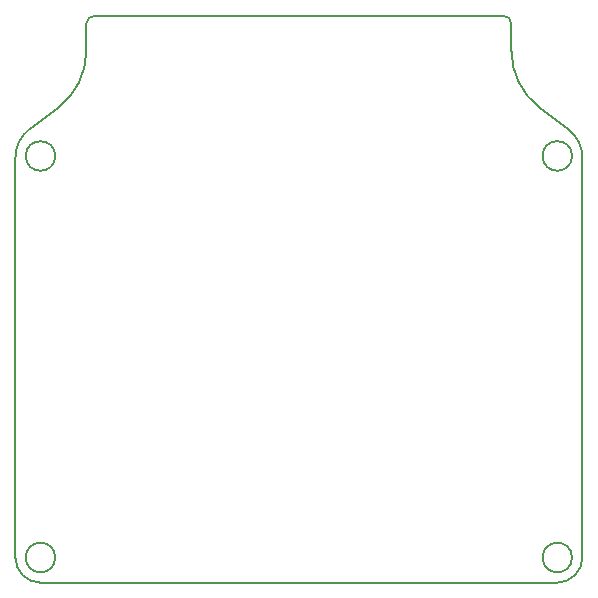
<source format=gbr>
%TF.GenerationSoftware,KiCad,Pcbnew,(7.0.0-0)*%
%TF.CreationDate,2023-03-29T23:18:46+02:00*%
%TF.ProjectId,Nauthiluscontroller,4e617574-6869-46c7-9573-636f6e74726f,rev?*%
%TF.SameCoordinates,Original*%
%TF.FileFunction,Profile,NP*%
%FSLAX46Y46*%
G04 Gerber Fmt 4.6, Leading zero omitted, Abs format (unit mm)*
G04 Created by KiCad (PCBNEW (7.0.0-0)) date 2023-03-29 23:18:46*
%MOMM*%
%LPD*%
G01*
G04 APERTURE LIST*
%TA.AperFunction,Profile*%
%ADD10C,0.200000*%
%TD*%
G04 APERTURE END LIST*
D10*
X116048679Y-82801321D02*
X116048679Y-116680000D01*
X119420000Y-82680001D02*
G75*
G03*
X119420000Y-82680001I-1250000J0D01*
G01*
X117248664Y-80401301D02*
G75*
G03*
X116048679Y-82801321I1800036J-2399999D01*
G01*
X158048678Y-71508428D02*
G75*
G03*
X157341573Y-70801322I-707078J28D01*
G01*
X119648678Y-78601322D02*
X117248679Y-80401321D01*
X119648663Y-78601302D02*
G75*
G03*
X122048680Y-73801322I-3599963J4800002D01*
G01*
X164048679Y-116680000D02*
X164048679Y-82801321D01*
X122048679Y-71508428D02*
X122048680Y-73801321D01*
X116048679Y-116680000D02*
G75*
G03*
X118170000Y-118801321I2121321J0D01*
G01*
X158048671Y-73801321D02*
G75*
G03*
X160448680Y-78601322I6000029J21D01*
G01*
X164048670Y-82801321D02*
G75*
G03*
X162848679Y-80401321I-2999970J21D01*
G01*
X163177359Y-82680001D02*
G75*
G03*
X163177359Y-82680001I-1250000J0D01*
G01*
X122755786Y-70801279D02*
G75*
G03*
X122048679Y-71508428I14J-707121D01*
G01*
X162848679Y-80401321D02*
X160448681Y-78601322D01*
X158048679Y-73801321D02*
X158048679Y-71508428D01*
X163177359Y-116680000D02*
G75*
G03*
X163177359Y-116680000I-1250000J0D01*
G01*
X161927359Y-118801279D02*
G75*
G03*
X164048679Y-116680000I41J2121279D01*
G01*
X157341573Y-70801321D02*
X122755786Y-70801321D01*
X119420000Y-116680000D02*
G75*
G03*
X119420000Y-116680000I-1250000J0D01*
G01*
X118170000Y-118801320D02*
X161927359Y-118801320D01*
M02*

</source>
